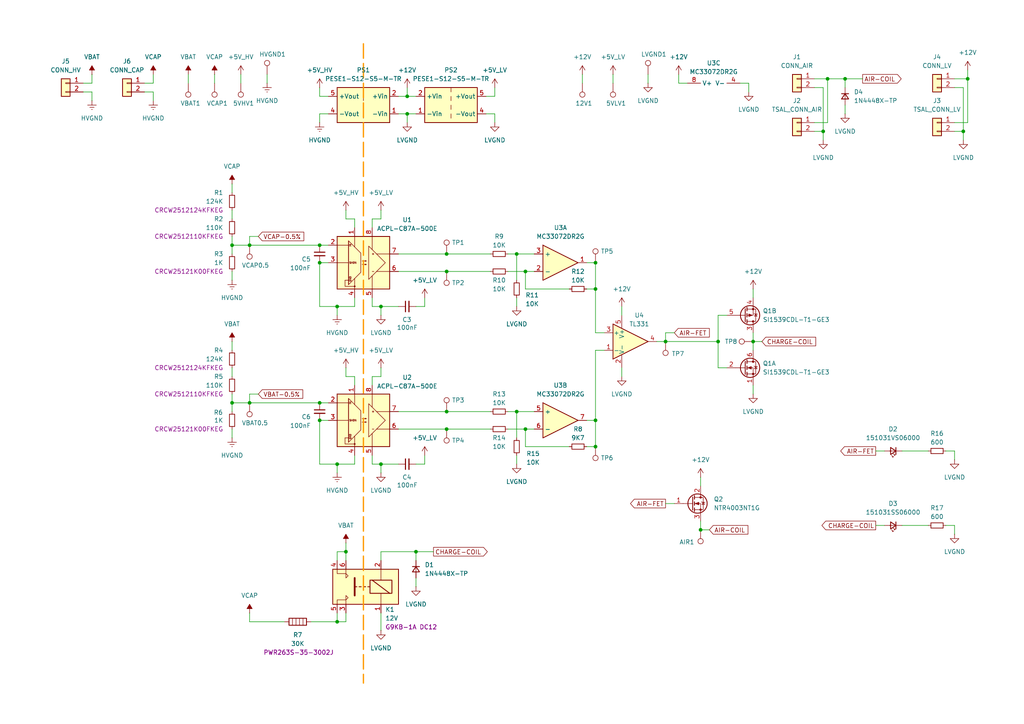
<source format=kicad_sch>
(kicad_sch (version 20231120) (generator "eeschema") (generator_version "8.0")
  (paper "A4")
  (junction (at 110.49 88.9))
  (junction (at 279.4 38.1))
  (junction (at 118.11 33.02))
  (junction (at 245.11 22.86))
  (junction (at 203.2 153.67))
  (junction (at 67.31 71.12))
  (junction (at 238.76 38.1))
  (junction (at 152.4 78.74))
  (junction (at 97.79 180.34))
  (junction (at 129.54 78.74))
  (junction (at 208.28 99.06))
  (junction (at 129.54 119.38))
  (junction (at 97.79 134.62))
  (junction (at 172.72 121.92))
  (junction (at 72.39 116.84))
  (junction (at 92.71 116.84))
  (junction (at 149.86 119.38))
  (junction (at 97.79 88.9))
  (junction (at 172.72 129.54))
  (junction (at 129.54 124.46))
  (junction (at 152.4 124.46))
  (junction (at 67.31 116.84))
  (junction (at 172.72 76.2))
  (junction (at 100.33 160.02))
  (junction (at 92.71 121.92))
  (junction (at 110.49 134.62))
  (junction (at 149.86 73.66))
  (junction (at 120.65 160.02))
  (junction (at 129.54 73.66))
  (junction (at 118.11 27.94))
  (junction (at 280.67 22.86))
  (junction (at 172.72 83.82))
  (junction (at 92.71 76.2))
  (junction (at 218.44 99.06))
  (junction (at 193.04 99.06))
  (junction (at 72.39 71.12))
  (junction (at 92.71 71.12))
  (junction (at 240.03 22.86))
  (wire (pts (xy 203.2 153.67) (xy 205.74 153.67)))
  (wire (pts (xy 152.4 83.82) (xy 152.4 78.74)))
  (wire (pts (xy 67.31 114.3) (xy 67.31 116.84)))
  (wire (pts (xy 95.25 121.92) (xy 92.71 121.92)))
  (wire (pts (xy 245.11 22.86) (xy 245.11 25.4)))
  (wire (pts (xy 74.93 114.3) (xy 72.39 114.3)))
  (wire (pts (xy 107.95 132.08) (xy 107.95 134.62)))
  (wire (pts (xy 24.13 26.67) (xy 26.67 26.67)))
  (wire (pts (xy 92.71 71.12) (xy 95.25 71.12)))
  (wire (pts (xy 245.11 22.86) (xy 250.19 22.86)))
  (wire (pts (xy 172.72 96.52) (xy 172.72 83.82)))
  (wire (pts (xy 261.62 152.4) (xy 269.24 152.4)))
  (wire (pts (xy 172.72 101.6) (xy 172.72 121.92)))
  (wire (pts (xy 218.44 99.06) (xy 218.44 101.6)))
  (wire (pts (xy 254 152.4) (xy 256.54 152.4)))
  (wire (pts (xy 149.86 119.38) (xy 154.94 119.38)))
  (wire (pts (xy 67.31 71.12) (xy 67.31 73.66)))
  (wire (pts (xy 110.49 160.02) (xy 110.49 162.56)))
  (wire (pts (xy 120.65 160.02) (xy 125.73 160.02)))
  (wire (pts (xy 236.22 38.1) (xy 238.76 38.1)))
  (wire (pts (xy 274.32 130.81) (xy 276.86 130.81)))
  (wire (pts (xy 172.72 101.6) (xy 175.26 101.6)))
  (wire (pts (xy 100.33 63.5) (xy 102.87 63.5)))
  (wire (pts (xy 180.34 106.68) (xy 180.34 109.22)))
  (wire (pts (xy 72.39 180.34) (xy 82.55 180.34)))
  (wire (pts (xy 26.67 21.59) (xy 26.67 24.13)))
  (wire (pts (xy 72.39 114.3) (xy 72.39 116.84)))
  (wire (pts (xy 279.4 25.4) (xy 279.4 38.1)))
  (wire (pts (xy 74.93 68.58) (xy 72.39 68.58)))
  (wire (pts (xy 214.63 24.13) (xy 217.17 24.13)))
  (wire (pts (xy 97.79 88.9) (xy 102.87 88.9)))
  (wire (pts (xy 110.49 88.9) (xy 115.57 88.9)))
  (wire (pts (xy 240.03 22.86) (xy 240.03 35.56)))
  (wire (pts (xy 118.11 27.94) (xy 120.65 27.94)))
  (wire (pts (xy 67.31 106.68) (xy 67.31 109.22)))
  (wire (pts (xy 187.96 21.59) (xy 187.96 24.13)))
  (wire (pts (xy 95.25 76.2) (xy 92.71 76.2)))
  (wire (pts (xy 147.32 119.38) (xy 149.86 119.38)))
  (wire (pts (xy 276.86 130.81) (xy 276.86 133.35)))
  (wire (pts (xy 238.76 25.4) (xy 238.76 38.1)))
  (wire (pts (xy 143.51 33.02) (xy 143.51 35.56)))
  (wire (pts (xy 193.04 96.52) (xy 193.04 99.06)))
  (wire (pts (xy 240.03 22.86) (xy 245.11 22.86)))
  (wire (pts (xy 110.49 60.96) (xy 110.49 63.5)))
  (wire (pts (xy 196.85 24.13) (xy 199.39 24.13)))
  (wire (pts (xy 92.71 116.84) (xy 95.25 116.84)))
  (wire (pts (xy 280.67 22.86) (xy 280.67 35.56)))
  (wire (pts (xy 217.17 24.13) (xy 217.17 26.67)))
  (wire (pts (xy 208.28 106.68) (xy 210.82 106.68)))
  (wire (pts (xy 69.85 21.59) (xy 69.85 24.13)))
  (wire (pts (xy 149.86 119.38) (xy 149.86 127)))
  (wire (pts (xy 67.31 124.46) (xy 67.31 127)))
  (wire (pts (xy 102.87 109.22) (xy 102.87 111.76)))
  (wire (pts (xy 170.18 121.92) (xy 172.72 121.92)))
  (wire (pts (xy 168.91 21.59) (xy 168.91 24.13)))
  (wire (pts (xy 107.95 66.04) (xy 107.95 63.5)))
  (wire (pts (xy 115.57 33.02) (xy 118.11 33.02)))
  (wire (pts (xy 165.1 83.82) (xy 152.4 83.82)))
  (wire (pts (xy 147.32 124.46) (xy 152.4 124.46)))
  (wire (pts (xy 77.47 21.59) (xy 77.47 24.13)))
  (wire (pts (xy 190.5 99.06) (xy 193.04 99.06)))
  (wire (pts (xy 210.82 91.44) (xy 208.28 91.44)))
  (wire (pts (xy 102.87 63.5) (xy 102.87 66.04)))
  (wire (pts (xy 170.18 129.54) (xy 172.72 129.54)))
  (wire (pts (xy 149.86 73.66) (xy 149.86 81.28)))
  (wire (pts (xy 208.28 99.06) (xy 208.28 106.68)))
  (wire (pts (xy 149.86 132.08) (xy 149.86 134.62)))
  (wire (pts (xy 165.1 129.54) (xy 152.4 129.54)))
  (wire (pts (xy 129.54 73.66) (xy 142.24 73.66)))
  (wire (pts (xy 118.11 25.4) (xy 118.11 27.94)))
  (wire (pts (xy 193.04 96.52) (xy 195.58 96.52)))
  (wire (pts (xy 67.31 99.06) (xy 67.31 101.6)))
  (wire (pts (xy 41.91 24.13) (xy 44.45 24.13)))
  (wire (pts (xy 236.22 22.86) (xy 240.03 22.86)))
  (wire (pts (xy 276.86 38.1) (xy 279.4 38.1)))
  (wire (pts (xy 143.51 25.4) (xy 143.51 27.94)))
  (wire (pts (xy 276.86 152.4) (xy 276.86 154.94)))
  (wire (pts (xy 67.31 116.84) (xy 67.31 119.38)))
  (wire (pts (xy 92.71 33.02) (xy 92.71 35.56)))
  (wire (pts (xy 236.22 25.4) (xy 238.76 25.4)))
  (wire (pts (xy 72.39 116.84) (xy 92.71 116.84)))
  (wire (pts (xy 147.32 78.74) (xy 152.4 78.74)))
  (wire (pts (xy 129.54 119.38) (xy 142.24 119.38)))
  (wire (pts (xy 92.71 121.92) (xy 92.71 134.62)))
  (wire (pts (xy 110.49 106.68) (xy 110.49 109.22)))
  (wire (pts (xy 97.79 88.9) (xy 97.79 91.44)))
  (wire (pts (xy 107.95 134.62) (xy 110.49 134.62)))
  (wire (pts (xy 274.32 152.4) (xy 276.86 152.4)))
  (wire (pts (xy 218.44 83.82) (xy 218.44 86.36)))
  (wire (pts (xy 279.4 38.1) (xy 279.4 40.64)))
  (wire (pts (xy 129.54 78.74) (xy 142.24 78.74)))
  (wire (pts (xy 115.57 124.46) (xy 129.54 124.46)))
  (wire (pts (xy 110.49 177.8) (xy 110.49 182.88)))
  (wire (pts (xy 67.31 78.74) (xy 67.31 81.28)))
  (wire (pts (xy 97.79 180.34) (xy 97.79 177.8)))
  (wire (pts (xy 177.8 21.59) (xy 177.8 24.13)))
  (wire (pts (xy 24.13 24.13) (xy 26.67 24.13)))
  (wire (pts (xy 193.04 146.05) (xy 195.58 146.05)))
  (wire (pts (xy 203.2 151.13) (xy 203.2 153.67)))
  (wire (pts (xy 152.4 129.54) (xy 152.4 124.46)))
  (wire (pts (xy 129.54 124.46) (xy 142.24 124.46)))
  (wire (pts (xy 26.67 26.67) (xy 26.67 29.21)))
  (wire (pts (xy 170.18 76.2) (xy 172.72 76.2)))
  (wire (pts (xy 110.49 88.9) (xy 110.49 91.44)))
  (wire (pts (xy 276.86 25.4) (xy 279.4 25.4)))
  (wire (pts (xy 149.86 73.66) (xy 154.94 73.66)))
  (wire (pts (xy 254 130.81) (xy 256.54 130.81)))
  (wire (pts (xy 107.95 109.22) (xy 110.49 109.22)))
  (wire (pts (xy 100.33 160.02) (xy 100.33 162.56)))
  (wire (pts (xy 236.22 35.56) (xy 240.03 35.56)))
  (wire (pts (xy 62.23 24.13) (xy 62.23 21.59)))
  (wire (pts (xy 90.17 180.34) (xy 97.79 180.34)))
  (wire (pts (xy 54.61 21.59) (xy 54.61 24.13)))
  (wire (pts (xy 67.31 116.84) (xy 72.39 116.84)))
  (wire (pts (xy 203.2 138.43) (xy 203.2 140.97)))
  (wire (pts (xy 110.49 160.02) (xy 120.65 160.02)))
  (wire (pts (xy 172.72 83.82) (xy 172.72 76.2)))
  (wire (pts (xy 67.31 53.34) (xy 67.31 55.88)))
  (wire (pts (xy 115.57 27.94) (xy 118.11 27.94)))
  (wire (pts (xy 140.97 27.94) (xy 143.51 27.94)))
  (wire (pts (xy 170.18 83.82) (xy 172.72 83.82)))
  (wire (pts (xy 107.95 86.36) (xy 107.95 88.9)))
  (wire (pts (xy 120.65 162.56) (xy 120.65 160.02)))
  (wire (pts (xy 118.11 33.02) (xy 120.65 33.02)))
  (wire (pts (xy 115.57 78.74) (xy 129.54 78.74)))
  (wire (pts (xy 102.87 134.62) (xy 102.87 132.08)))
  (wire (pts (xy 118.11 33.02) (xy 118.11 35.56)))
  (wire (pts (xy 100.33 160.02) (xy 97.79 160.02)))
  (wire (pts (xy 180.34 88.9) (xy 180.34 91.44)))
  (wire (pts (xy 67.31 71.12) (xy 72.39 71.12)))
  (wire (pts (xy 110.49 134.62) (xy 110.49 137.16)))
  (wire (pts (xy 115.57 119.38) (xy 129.54 119.38)))
  (wire (pts (xy 92.71 88.9) (xy 97.79 88.9)))
  (wire (pts (xy 276.86 35.56) (xy 280.67 35.56)))
  (wire (pts (xy 92.71 76.2) (xy 92.71 88.9)))
  (wire (pts (xy 218.44 99.06) (xy 220.98 99.06)))
  (wire (pts (xy 72.39 177.8) (xy 72.39 180.34)))
  (wire (pts (xy 97.79 160.02) (xy 97.79 162.56)))
  (wire (pts (xy 218.44 111.76) (xy 218.44 114.3)))
  (wire (pts (xy 147.32 73.66) (xy 149.86 73.66)))
  (wire (pts (xy 92.71 134.62) (xy 97.79 134.62)))
  (wire (pts (xy 193.04 99.06) (xy 208.28 99.06)))
  (wire (pts (xy 196.85 21.59) (xy 196.85 24.13)))
  (wire (pts (xy 100.33 106.68) (xy 100.33 109.22)))
  (wire (pts (xy 152.4 78.74) (xy 154.94 78.74)))
  (wire (pts (xy 67.31 60.96) (xy 67.31 63.5)))
  (wire (pts (xy 100.33 109.22) (xy 102.87 109.22)))
  (wire (pts (xy 107.95 63.5) (xy 110.49 63.5)))
  (wire (pts (xy 107.95 88.9) (xy 110.49 88.9)))
  (wire (pts (xy 107.95 111.76) (xy 107.95 109.22)))
  (wire (pts (xy 172.72 96.52) (xy 175.26 96.52)))
  (wire (pts (xy 120.65 134.62) (xy 123.19 134.62)))
  (wire (pts (xy 72.39 68.58) (xy 72.39 71.12)))
  (wire (pts (xy 92.71 27.94) (xy 95.25 27.94)))
  (wire (pts (xy 44.45 26.67) (xy 44.45 29.21)))
  (wire (pts (xy 41.91 26.67) (xy 44.45 26.67)))
  (wire (pts (xy 261.62 130.81) (xy 269.24 130.81)))
  (wire (pts (xy 120.65 88.9) (xy 123.19 88.9)))
  (wire (pts (xy 123.19 134.62) (xy 123.19 132.08)))
  (wire (pts (xy 72.39 71.12) (xy 92.71 71.12)))
  (wire (pts (xy 245.11 30.48) (xy 245.11 33.02)))
  (wire (pts (xy 123.19 88.9) (xy 123.19 86.36)))
  (wire (pts (xy 102.87 88.9) (xy 102.87 86.36)))
  (wire (pts (xy 208.28 91.44) (xy 208.28 99.06)))
  (wire (pts (xy 110.49 134.62) (xy 115.57 134.62)))
  (wire (pts (xy 218.44 96.52) (xy 218.44 99.06)))
  (wire (pts (xy 276.86 22.86) (xy 280.67 22.86)))
  (wire (pts (xy 172.72 129.54) (xy 172.72 121.92)))
  (wire (pts (xy 67.31 68.58) (xy 67.31 71.12)))
  (wire (pts (xy 92.71 33.02) (xy 95.25 33.02)))
  (wire (pts (xy 140.97 33.02) (xy 143.51 33.02)))
  (wire (pts (xy 100.33 157.48) (xy 100.33 160.02)))
  (wire (pts (xy 115.57 73.66) (xy 129.54 73.66)))
  (wire (pts (xy 120.65 167.64) (xy 120.65 170.18)))
  (polyline (pts (xy 105.41 12.7) (xy 105.41 198.12)) (stroke (width 0.381) (type dash) (color 255 153 0 1)))
  (wire (pts (xy 280.67 20.32) (xy 280.67 22.86)))
  (wire (pts (xy 100.33 180.34) (xy 97.79 180.34)))
  (wire (pts (xy 238.76 38.1) (xy 238.76 40.64)))
  (wire (pts (xy 152.4 124.46) (xy 154.94 124.46)))
  (wire (pts (xy 100.33 177.8) (xy 100.33 180.34)))
  (wire (pts (xy 97.79 134.62) (xy 102.87 134.62)))
  (wire (pts (xy 100.33 60.96) (xy 100.33 63.5)))
  (wire (pts (xy 149.86 86.36) (xy 149.86 88.9)))
  (wire (pts (xy 97.79 134.62) (xy 97.79 137.16)))
  (wire (pts (xy 44.45 24.13) (xy 44.45 21.59)))
  (wire (pts (xy 92.71 25.4) (xy 92.71 27.94)))
  (global_label "CHARGE-COIL" (shape output) (at 125.73 160.02 0) (property "Intersheetrefs" "${INTERSHEET_REFS}" (effects (hide yes))))
  (global_label "AIR-FET" (shape output) (at 193.04 146.05 180) (property "Intersheetrefs" "${INTERSHEET_REFS}" (effects (hide yes))))
  (global_label "AIR-COIL" (shape output) (at 250.19 22.86 0) (property "Intersheetrefs" "${INTERSHEET_REFS}" (effects (hide yes))))
  (global_label "CHARGE-COIL" (shape output) (at 254 152.4 180) (property "Intersheetrefs" "${INTERSHEET_REFS}" (effects (hide yes))))
  (global_label "VBAT-0.5%" (shape input) (at 74.93 114.3 0) (property "Intersheetrefs" "${INTERSHEET_REFS}" (effects (hide yes))))
  (global_label "VCAP-0.5%" (shape input) (at 74.93 68.58 0) (property "Intersheetrefs" "${INTERSHEET_REFS}" (effects (hide yes))))
  (global_label "AIR-FET" (shape output) (at 254 130.81 180) (property "Intersheetrefs" "${INTERSHEET_REFS}" (effects (hide yes))))
  (global_label "CHARGE-COIL" (shape input) (at 220.98 99.06 0) (property "Intersheetrefs" "${INTERSHEET_REFS}" (effects (hide yes))))
  (global_label "AIR-FET" (shape input) (at 195.58 96.52 0) (property "Intersheetrefs" "${INTERSHEET_REFS}" (effects (hide yes))))
  (global_label "AIR-COIL" (shape input) (at 205.74 153.67 0) (property "Intersheetrefs" "${INTERSHEET_REFS}" (effects (hide yes))))
  (symbol (lib_id "Device:R_Small") (at 144.78 73.66 90) (unit 1)
    (property "Reference" "R9" (at 144.78 68.58 90))
    (property "Value" "10K" (at 144.78 71.12 90))
    (property "Footprint" "Resistor_SMD:R_0805_2012Metric" (effects (hide yes)))
    (property "Description" "Resistor, small symbol" (effects (hide yes)))
  )
  (symbol (lib_id "power:VSSA") (at 62.23 21.59 0) (unit 1)
    (property "Reference" "#PWR047" (effects (hide yes)))
    (property "Value" "VCAP" (at 62.23 16.51 0))
    (property "Description" "Power symbol creates a global label with name \"VSSA\"" (effects (hide yes)))
  )
  (symbol (lib_id "Device:R_Small") (at 271.78 152.4 90) (unit 1)
    (property "Reference" "R17" (at 271.78 147.32 90))
    (property "Value" "600" (at 271.78 149.86 90))
    (property "Footprint" "Resistor_SMD:R_0805_2012Metric" (effects (hide yes)))
    (property "Description" "Resistor, small symbol" (effects (hide yes)))
  )
  (symbol (lib_id "Device:Opamp_Dual") (at 162.56 121.92 0) (unit 2)
    (property "Reference" "U3" (at 162.56 111.76 0))
    (property "Value" "MC33072DR2G" (at 162.56 114.3 0))
    (property "Footprint" "customFootprints:SOIC127P600X175-8N" (effects (hide yes)))
    (property "Description" "Dual operational amplifier" (effects (hide yes)))
    (property "Sim.Library" "${KICAD7_SYMBOL_DIR}/Simulation_SPICE.sp" (effects (hide yes)))
    (property "Sim.Name" "kicad_builtin_opamp_dual" (effects (hide yes)))
    (property "Sim.Device" "SUBCKT" (effects (hide yes)))
    (property "Sim.Pins" "1=out1 2=in1- 3=in1+ 4=vee 5=in2+ 6=in2- 7=out2 8=vcc" (effects (hide yes)))
  )
  (symbol (lib_name "Si4542DY_1") (lib_id "Transistor_FET:Si4542DY") (at 215.9 91.44 0) (mirror x) (unit 2)
    (property "Reference" "Q1" (at 221.234 90.17 0) (effects (justify left)))
    (property "Value" "SI1539CDL-T1-GE3" (at 221.234 92.71 0) (effects (justify left)))
    (property "Footprint" "Package_SO:SOIC-8_3.9x4.9mm_P1.27mm" (effects (hide yes)))
    (property "Datasheet" "https://www.onsemi.com/pub/Collateral/SI4542DY-D.PDF" (effects (hide yes)))
    (property "Description" "Dual N and P Channel MOSFET, 6A Id, 30V Vds, 28mOhm Ron, 10V Vgs, SO8L" (effects (hide yes)))
  )
  (symbol (lib_name "Conn_01x02_1") (lib_id "Connector_Generic:Conn_01x02") (at 231.14 38.1 180) (unit 1)
    (property "Reference" "J2" (at 231.14 29.21 0))
    (property "Value" "TSAL_CONN_AIR" (at 231.14 31.75 0))
    (property "Footprint" "molexMiniFitJr:MFJ_2X1" (effects (hide yes)))
    (property "Description" "Generic connector, single row, 01x02, script generated (kicad-library-utils/schlib/autogen/connector/)" (effects (hide yes)))
  )
  (symbol (lib_id "Device:R_Small") (at 144.78 119.38 90) (unit 1)
    (property "Reference" "R13" (at 144.78 114.3 90))
    (property "Value" "10K" (at 144.78 116.84 90))
    (property "Footprint" "Resistor_SMD:R_0805_2012Metric" (effects (hide yes)))
    (property "Description" "Resistor, small symbol" (effects (hide yes)))
  )
  (symbol (lib_id "Device:R_Small") (at 149.86 129.54 180) (unit 1)
    (property "Reference" "R15" (at 152.654 131.572 0) (effects (justify right)))
    (property "Value" "10K" (at 152.654 134.112 0) (effects (justify right)))
    (property "Footprint" "Resistor_SMD:R_0805_2012Metric" (effects (hide yes)))
    (property "Description" "Resistor, small symbol" (effects (hide yes)))
  )
  (symbol (lib_id "power:GNDREF") (at 97.79 137.16 0) (unit 1)
    (property "Reference" "#PWR019" (effects (hide yes)))
    (property "Value" "HVGND" (at 97.79 142.24 0))
    (property "Description" "Power symbol creates a global label with name \"GNDREF\" , reference supply ground" (effects (hide yes)))
  )
  (symbol (lib_name "ITX0505SA_1") (lib_id "Converter_DCDC:ITX0505SA") (at 105.41 30.48 0) (mirror y) (unit 1)
    (property "Reference" "PS1" (at 105.41 20.32 0))
    (property "Value" "PESE1-S12-S5-M-TR" (at 105.41 22.86 0))
    (property "Footprint" "customFootprints:SMD5_12.75X10.7X6.7_SINGLE_RCP" (effects (hide yes)))
    (property "Datasheet" "https://www.xppower.com/pdfs/SF_ITX.pdf" (effects (hide yes)))
    (property "Description" "XP Power 6W, 1000 VDC Isolated DC/DC Converter Module, Fully Regulated Single Output Voltage 5V, ±1200mA, 5V Input Voltage, SIP" (effects (hide yes)))
  )
  (symbol (lib_id "Device:R_Small") (at 167.64 129.54 90) (mirror x) (unit 1)
    (property "Reference" "R8" (at 167.64 124.46 90))
    (property "Value" "9K7" (at 167.64 127 90))
    (property "Footprint" "Resistor_SMD:R_0805_2012Metric" (effects (hide yes)))
    (property "Description" "Resistor, small symbol" (effects (hide yes)))
  )
  (symbol (lib_id "power:+12V") (at 218.44 83.82 0) (unit 1)
    (property "Reference" "#PWR032" (effects (hide yes)))
    (property "Value" "+12V" (at 218.44 78.74 0))
    (property "Description" "Power symbol creates a global label with name \"+12V\"" (effects (hide yes)))
  )
  (symbol (lib_id "Device:R_Small") (at 144.78 124.46 90) (mirror x) (unit 1)
    (property "Reference" "R14" (at 144.78 127 90))
    (property "Value" "10K" (at 144.78 129.54 90))
    (property "Footprint" "Resistor_SMD:R_0805_2012Metric" (effects (hide yes)))
    (property "Description" "Resistor, small symbol" (effects (hide yes)))
  )
  (symbol (lib_id "power:+12V") (at 180.34 88.9 0) (unit 1)
    (property "Reference" "#PWR044" (effects (hide yes)))
    (property "Value" "+12V" (at 180.34 83.82 0))
    (property "Description" "Power symbol creates a global label with name \"+12V\"" (effects (hide yes)))
  )
  (symbol (lib_name "ITX0505SA_1") (lib_id "Converter_DCDC:ITX0505SA") (at 130.81 30.48 0) (unit 1)
    (property "Reference" "PS2" (at 130.81 20.32 0))
    (property "Value" "PESE1-S12-S5-M-TR" (at 130.81 22.86 0))
    (property "Footprint" "customFootprints:SMD5_12.75X10.7X6.7_SINGLE_RCP" (effects (hide yes)))
    (property "Datasheet" "https://www.xppower.com/pdfs/SF_ITX.pdf" (effects (hide yes)))
    (property "Description" "XP Power 6W, 1000 VDC Isolated DC/DC Converter Module, Fully Regulated Single Output Voltage 5V, ±1200mA, 5V Input Voltage, SIP" (effects (hide yes)))
  )
  (symbol (lib_id "power:GNDREF") (at 77.47 24.13 0) (unit 1)
    (property "Reference" "#PWR050" (effects (hide yes)))
    (property "Value" "HVGND" (at 77.47 29.21 0))
    (property "Description" "Power symbol creates a global label with name \"GNDREF\" , reference supply ground" (effects (hide yes)))
  )
  (symbol (lib_id "power:GND") (at 187.96 24.13 0) (unit 1)
    (property "Reference" "#PWR049" (effects (hide yes)))
    (property "Value" "LVGND" (at 187.96 29.21 0))
    (property "Description" "Power symbol creates a global label with name \"GND\" , ground" (effects (hide yes)))
  )
  (symbol (lib_id "power:+12V") (at 196.85 21.59 0) (unit 1)
    (property "Reference" "#PWR027" (effects (hide yes)))
    (property "Value" "+12V" (at 196.85 16.51 0))
    (property "Description" "Power symbol creates a global label with name \"+12V\"" (effects (hide yes)))
  )
  (symbol (lib_id "power:GNDREF") (at 67.31 127 0) (mirror y) (unit 1)
    (property "Reference" "#PWR08" (effects (hide yes)))
    (property "Value" "HVGND" (at 67.31 132.08 0))
    (property "Description" "Power symbol creates a global label with name \"GNDREF\" , reference supply ground" (effects (hide yes)))
  )
  (symbol (lib_id "Device:C_Small") (at 92.71 119.38 0) (mirror y) (unit 1)
    (property "Reference" "C6" (at 90.17 120.904 0) (effects (justify left)))
    (property "Value" "100nF" (at 90.17 123.444 0) (effects (justify left)))
    (property "Footprint" "Capacitor_SMD:C_0805_2012Metric" (effects (hide yes)))
    (property "Description" "Unpolarized capacitor, small symbol" (effects (hide yes)))
  )
  (symbol (lib_id "Connector:TestPoint") (at 62.23 24.13 0) (mirror x) (unit 1)
    (property "Reference" "VCAP1" (at 59.944 29.972 0) (effects (justify left)))
    (property "Value" "TestPoint" (effects (hide yes)))
    (property "Footprint" "TestPoint:TestPoint_Pad_D1.5mm" (effects (hide yes)))
    (property "Description" "test point" (effects (hide yes)))
  )
  (symbol (lib_id "Device:C_Small") (at 118.11 134.62 90) (mirror x) (unit 1)
    (property "Reference" "C4" (at 119.38 138.43 90) (effects (justify left)))
    (property "Value" "100nF" (at 121.158 140.716 90) (effects (justify left)))
    (property "Footprint" "Capacitor_SMD:C_0805_2012Metric" (effects (hide yes)))
    (property "Description" "Unpolarized capacitor, small symbol" (effects (hide yes)))
  )
  (symbol (lib_id "Connector:TestPoint") (at 193.04 99.06 0) (mirror x) (unit 1)
    (property "Reference" "TP7" (at 194.818 102.616 0) (effects (justify left)))
    (property "Value" "TestPoint" (effects (hide yes)))
    (property "Footprint" "TestPoint:TestPoint_Pad_D1.5mm" (effects (hide yes)))
    (property "Description" "test point" (effects (hide yes)))
  )
  (symbol (lib_id "power:+5V") (at 177.8 21.59 0) (unit 1)
    (property "Reference" "#PWR042" (effects (hide yes)))
    (property "Value" "+5V_LV" (at 177.8 16.51 0))
    (property "Description" "Power symbol creates a global label with name \"+5V\"" (effects (hide yes)))
  )
  (symbol (lib_id "power:GND") (at 279.4 40.64 0) (unit 1)
    (property "Reference" "#PWR03" (effects (hide yes)))
    (property "Value" "LVGND" (at 279.4 45.72 0))
    (property "Description" "Power symbol creates a global label with name \"GND\" , ground" (effects (hide yes)))
  )
  (symbol (lib_id "power:GND") (at 217.17 26.67 0) (unit 1)
    (property "Reference" "#PWR028" (effects (hide yes)))
    (property "Value" "LVGND" (at 217.17 31.75 0))
    (property "Description" "Power symbol creates a global label with name \"GND\" , ground" (effects (hide yes)))
  )
  (symbol (lib_id "Device:LED_Small") (at 259.08 152.4 180) (unit 1)
    (property "Reference" "D3" (at 259.0165 146.05 0))
    (property "Value" "151031SS06000" (at 259.0165 148.59 0))
    (property "Footprint" "customFootprints:WL-TMRC_3MM" (effects (hide yes)))
    (property "Description" "Light emitting diode, small symbol" (effects (hide yes)))
  )
  (symbol (lib_name "Conn_01x02_1") (lib_id "Connector_Generic:Conn_01x02") (at 271.78 25.4 180) (unit 1)
    (property "Reference" "J4" (at 271.78 16.51 0))
    (property "Value" "CONN_LV" (at 271.78 19.05 0))
    (property "Footprint" "molexMiniFitJr:MFJ_2X1" (effects (hide yes)))
    (property "Description" "Generic connector, single row, 01x02, script generated (kicad-library-utils/schlib/autogen/connector/)" (effects (hide yes)))
  )
  (symbol (lib_name "Conn_01x02_1") (lib_id "Connector_Generic:Conn_01x02") (at 271.78 38.1 180) (unit 1)
    (property "Reference" "J3" (at 271.78 29.21 0))
    (property "Value" "TSAL_CONN_LV" (at 271.78 31.75 0))
    (property "Footprint" "molexMiniFitJr:MFJ_2X1" (effects (hide yes)))
    (property "Description" "Generic connector, single row, 01x02, script generated (kicad-library-utils/schlib/autogen/connector/)" (effects (hide yes)))
  )
  (symbol (lib_id "power:GND") (at 143.51 35.56 0) (unit 1)
    (property "Reference" "#PWR016" (effects (hide yes)))
    (property "Value" "LVGND" (at 143.51 40.64 0))
    (property "Description" "Power symbol creates a global label with name \"GND\" , ground" (effects (hide yes)))
  )
  (symbol (lib_id "Connector:TestPoint") (at 187.96 21.59 0) (unit 1)
    (property "Reference" "LVGND1" (at 185.928 15.748 0) (effects (justify left)))
    (property "Value" "TestPoint" (effects (hide yes)))
    (property "Footprint" "TestPoint:TestPoint_Pad_D1.5mm" (effects (hide yes)))
    (property "Description" "test point" (effects (hide yes)))
  )
  (symbol (lib_id "customSymbols:G9KB-1A_DC12") (at 105.41 170.18 0) (mirror x) (unit 1)
    (property "Reference" "K1" (at 111.76 176.784 0) (effects (justify left)))
    (property "Value" "12V" (at 111.76 179.324 0) (effects (justify left)))
    (property "Footprint" "customFootprints:RELAY_G9KB-1A_OMR" (effects (hide yes)))
    (property "Model" "G9KB-1A DC12" (at 111.76 181.864 0) (effects (justify left)))
  )
  (symbol (lib_id "power:GND") (at 238.76 40.64 0) (unit 1)
    (property "Reference" "#PWR031" (effects (hide yes)))
    (property "Value" "LVGND" (at 238.76 45.72 0))
    (property "Description" "Power symbol creates a global label with name \"GND\" , ground" (effects (hide yes)))
  )
  (symbol (lib_id "power:GNDREF") (at 92.71 35.56 0) (unit 1)
    (property "Reference" "#PWR018" (effects (hide yes)))
    (property "Value" "HVGND" (at 92.71 40.64 0))
    (property "Description" "Power symbol creates a global label with name \"GNDREF\" , reference supply ground" (effects (hide yes)))
  )
  (symbol (lib_id "Transistor_FET:Si4542DY") (at 215.9 106.68 0) (unit 1)
    (property "Reference" "Q1" (at 221.234 105.41 0) (effects (justify left)))
    (property "Value" "SI1539CDL-T1-GE3" (at 221.234 107.95 0) (effects (justify left)))
    (property "Footprint" "Package_SO:SOIC-8_3.9x4.9mm_P1.27mm" (effects (hide yes)))
    (property "Datasheet" "https://www.onsemi.com/pub/Collateral/SI4542DY-D.PDF" (effects (hide yes)))
    (property "Description" "Dual N and P Channel MOSFET, 6A Id, 30V Vds, 28mOhm Ron, 10V Vgs, SO8L" (effects (hide yes)))
  )
  (symbol (lib_id "Device:R_Small") (at 67.31 66.04 0) (mirror y) (unit 1)
    (property "Reference" "R2" (at 64.77 63.4999 0) (effects (justify left)))
    (property "Value" "110K" (at 64.77 66.0399 0) (effects (justify left)))
    (property "Footprint" "customFootprints:RC2512N_VIS" (effects (hide yes)))
    (property "Description" "Resistor, small symbol" (effects (hide yes)))
    (property "Tolerance" "≥1%" (effects (hide yes)))
    (property "Model" "CRCW2512110KFKEG" (at 64.77 68.5799 0) (effects (justify left)))
  )
  (symbol (lib_id "Device:LED_Small") (at 259.08 130.81 180) (unit 1)
    (property "Reference" "D2" (at 259.0165 124.46 0))
    (property "Value" "151031VS06000" (at 259.0165 127 0))
    (property "Footprint" "customFootprints:WL-TMRC_3MM" (effects (hide yes)))
    (property "Description" "Light emitting diode, small symbol" (effects (hide yes)))
  )
  (symbol (lib_id "power:GNDREF") (at 67.31 81.28 0) (mirror y) (unit 1)
    (property "Reference" "#PWR010" (effects (hide yes)))
    (property "Value" "HVGND" (at 67.31 86.36 0))
    (property "Description" "Power symbol creates a global label with name \"GNDREF\" , reference supply ground" (effects (hide yes)))
  )
  (symbol (lib_id "Connector:TestPoint") (at 177.8 24.13 0) (mirror x) (unit 1)
    (property "Reference" "5VLV1" (at 175.768 29.972 0) (effects (justify left)))
    (property "Value" "TestPoint" (effects (hide yes)))
    (property "Footprint" "TestPoint:TestPoint_Pad_D1.5mm" (effects (hide yes)))
    (property "Description" "test point" (effects (hide yes)))
  )
  (symbol (lib_id "Isolator_Analog:ACPL-C87A") (at 105.41 76.2 0) (unit 1)
    (property "Reference" "U1" (at 118.11 63.754 0))
    (property "Value" "ACPL-C87A-500E" (at 118.11 66.294 0))
    (property "Footprint" "customFootprints:SOIC127P1150X361-8N" (effects (hide yes)))
    (property "Datasheet" "www.avagotech.com/docs/AV02-3563EN" (effects (hide yes)))
    (property "Description" "Precision Optycally Isolated Voltage Sensor, ±1% Gain Tolerance, Bandwidth 100kHz, SSO-8" (effects (hide yes)))
  )
  (symbol (lib_id "power:+5V") (at 123.19 86.36 0) (unit 1)
    (property "Reference" "#PWR025" (effects (hide yes)))
    (property "Value" "+5V_LV" (at 123.19 81.28 0))
    (property "Description" "Power symbol creates a global label with name \"+5V\"" (effects (hide yes)))
  )
  (symbol (lib_name "Conn_01x02_1") (lib_id "Connector_Generic:Conn_01x02") (at 231.14 25.4 180) (unit 1)
    (property "Reference" "J1" (at 231.14 16.51 0))
    (property "Value" "CONN_AIR" (at 231.14 19.05 0))
    (property "Footprint" "molexMiniFitJr:MFJ_2X1" (effects (hide yes)))
    (property "Description" "Generic connector, single row, 01x02, script generated (kicad-library-utils/schlib/autogen/connector/)" (effects (hide yes)))
  )
  (symbol (lib_id "power:GND") (at 110.49 182.88 0) (unit 1)
    (property "Reference" "#PWR035" (effects (hide yes)))
    (property "Value" "LVGND" (at 110.49 187.96 0))
    (property "Description" "Power symbol creates a global label with name \"GND\" , ground" (effects (hide yes)))
  )
  (symbol (lib_id "Connector:TestPoint") (at 72.39 71.12 0) (mirror x) (unit 1)
    (property "Reference" "VCAP0.5" (at 70.104 76.962 0) (effects (justify left)))
    (property "Value" "TestPoint" (effects (hide yes)))
    (property "Footprint" "TestPoint:TestPoint_Pad_D1.5mm" (effects (hide yes)))
    (property "Description" "test point" (effects (hide yes)))
  )
  (symbol (lib_id "power:GND") (at 180.34 109.22 0) (unit 1)
    (property "Reference" "#PWR045" (effects (hide yes)))
    (property "Value" "LVGND" (at 180.34 114.3 0))
    (property "Description" "Power symbol creates a global label with name \"GND\" , ground" (effects (hide yes)))
  )
  (symbol (lib_id "power:+12V") (at 118.11 25.4 0) (unit 1)
    (property "Reference" "#PWR023" (effects (hide yes)))
    (property "Value" "+12V" (at 118.11 20.32 0))
    (property "Description" "Power symbol creates a global label with name \"+12V\"" (effects (hide yes)))
  )
  (symbol (lib_id "power:+5V") (at 143.51 25.4 0) (unit 1)
    (property "Reference" "#PWR014" (effects (hide yes)))
    (property "Value" "+5V_LV" (at 143.51 20.32 0))
    (property "Description" "Power symbol creates a global label with name \"+5V\"" (effects (hide yes)))
  )
  (symbol (lib_id "Connector:TestPoint") (at 129.54 124.46 0) (mirror x) (unit 1)
    (property "Reference" "TP4" (at 131.064 127.762 0) (effects (justify left)))
    (property "Value" "TestPoint" (effects (hide yes)))
    (property "Footprint" "TestPoint:TestPoint_Pad_D1.5mm" (effects (hide yes)))
    (property "Description" "test point" (effects (hide yes)))
  )
  (symbol (lib_id "power:+5V") (at 110.49 60.96 0) (unit 1)
    (property "Reference" "#PWR015" (effects (hide yes)))
    (property "Value" "+5V_LV" (at 110.49 55.88 0))
    (property "Description" "Power symbol creates a global label with name \"+5V\"" (effects (hide yes)))
  )
  (symbol (lib_id "Device:R_Small") (at 67.31 76.2 0) (mirror y) (unit 1)
    (property "Reference" "R3" (at 64.77 73.6599 0) (effects (justify left)))
    (property "Value" "1K" (at 64.77 76.1999 0) (effects (justify left)))
    (property "Footprint" "customFootprints:RC2512N_VIS" (effects (hide yes)))
    (property "Description" "Resistor, small symbol" (effects (hide yes)))
    (property "Tolerance" "≥1%" (effects (hide yes)))
    (property "Model" "CRCW25121K00FKEG" (at 64.77 78.7399 0) (effects (justify left)))
  )
  (symbol (lib_id "power:VSS") (at 67.31 99.06 0) (mirror y) (unit 1)
    (property "Reference" "#PWR07" (effects (hide yes)))
    (property "Value" "VBAT" (at 67.31 93.98 0))
    (property "Description" "Power symbol creates a global label with name \"VSS\"" (effects (hide yes)))
  )
  (symbol (lib_id "power:GNDREF") (at 44.45 29.21 0) (unit 1)
    (property "Reference" "#PWR02" (effects (hide yes)))
    (property "Value" "HVGND" (at 44.45 34.29 0))
    (property "Description" "Power symbol creates a global label with name \"GNDREF\" , reference supply ground" (effects (hide yes)))
  )
  (symbol (lib_id "power:GND") (at 245.11 33.02 0) (unit 1)
    (property "Reference" "#PWR040" (effects (hide yes)))
    (property "Value" "LVGND" (at 245.11 38.1 0))
    (property "Description" "Power symbol creates a global label with name \"GND\" , ground" (effects (hide yes)))
  )
  (symbol (lib_id "power:+5V") (at 100.33 60.96 0) (unit 1)
    (property "Reference" "#PWR011" (effects (hide yes)))
    (property "Value" "+5V_HV" (at 100.33 55.88 0))
    (property "Description" "Power symbol creates a global label with name \"+5V\"" (effects (hide yes)))
  )
  (symbol (lib_id "power:GNDREF") (at 26.67 29.21 0) (unit 1)
    (property "Reference" "#PWR05" (effects (hide yes)))
    (property "Value" "HVGND" (at 26.67 34.29 0))
    (property "Description" "Power symbol creates a global label with name \"GNDREF\" , reference supply ground" (effects (hide yes)))
  )
  (symbol (lib_id "power:GND") (at 276.86 133.35 0) (unit 1)
    (property "Reference" "#PWR038" (effects (hide yes)))
    (property "Value" "LVGND" (at 276.86 138.43 0))
    (property "Description" "Power symbol creates a global label with name \"GND\" , ground" (effects (hide yes)))
  )
  (symbol (lib_id "Connector:TestPoint") (at 129.54 73.66 0) (unit 1)
    (property "Reference" "TP1" (at 131.064 70.358 0) (effects (justify left)))
    (property "Value" "TestPoint" (effects (hide yes)))
    (property "Footprint" "TestPoint:TestPoint_Pad_D1.5mm" (effects (hide yes)))
    (property "Description" "test point" (effects (hide yes)))
  )
  (symbol (lib_id "Device:R_Small") (at 167.64 83.82 90) (unit 1)
    (property "Reference" "R12" (at 167.64 78.74 90))
    (property "Value" "10K" (at 167.64 81.28 90))
    (property "Footprint" "Resistor_SMD:R_0805_2012Metric" (effects (hide yes)))
    (property "Description" "Resistor, small symbol" (effects (hide yes)))
  )
  (symbol (lib_id "Connector:TestPoint") (at 168.91 24.13 0) (mirror x) (unit 1)
    (property "Reference" "12V1" (at 166.878 29.972 0) (effects (justify left)))
    (property "Value" "TestPoint" (effects (hide yes)))
    (property "Footprint" "TestPoint:TestPoint_Pad_1.5x1.5mm" (effects (hide yes)))
    (property "Description" "test point" (effects (hide yes)))
  )
  (symbol (lib_id "Device:R_Small") (at 67.31 111.76 0) (mirror y) (unit 1)
    (property "Reference" "R5" (at 64.77 109.2199 0) (effects (justify left)))
    (property "Value" "110K" (at 64.77 111.7599 0) (effects (justify left)))
    (property "Footprint" "customFootprints:RC2512N_VIS" (effects (hide yes)))
    (property "Description" "Resistor, small symbol" (effects (hide yes)))
    (property "Tolerance" "≥1%" (effects (hide yes)))
    (property "Model" "CRCW2512110KFKEG" (at 64.77 114.2999 0) (effects (justify left)))
  )
  (symbol (lib_id "Connector:TestPoint") (at 129.54 119.38 0) (unit 1)
    (property "Reference" "TP3" (at 131.064 116.078 0) (effects (justify left)))
    (property "Value" "TestPoint" (effects (hide yes)))
    (property "Footprint" "TestPoint:TestPoint_Pad_D1.5mm" (effects (hide yes)))
    (property "Description" "test point" (effects (hide yes)))
  )
  (symbol (lib_id "Connector:TestPoint") (at 69.85 24.13 0) (mirror x) (unit 1)
    (property "Reference" "5VHV1" (at 67.564 29.972 0) (effects (justify left)))
    (property "Value" "TestPoint" (effects (hide yes)))
    (property "Footprint" "TestPoint:TestPoint_Pad_D1.5mm" (effects (hide yes)))
    (property "Description" "test point" (effects (hide yes)))
  )
  (symbol (lib_id "power:GNDREF") (at 97.79 91.44 0) (unit 1)
    (property "Reference" "#PWR012" (effects (hide yes)))
    (property "Value" "HVGND" (at 97.79 96.52 0))
    (property "Description" "Power symbol creates a global label with name \"GNDREF\" , reference supply ground" (effects (hide yes)))
  )
  (symbol (lib_id "power:+5V") (at 123.19 132.08 0) (unit 1)
    (property "Reference" "#PWR026" (effects (hide yes)))
    (property "Value" "+5V_LV" (at 123.19 127 0))
    (property "Description" "Power symbol creates a global label with name \"+5V\"" (effects (hide yes)))
  )
  (symbol (lib_id "Device:Opamp_Dual") (at 207.01 21.59 90) (unit 3)
    (property "Reference" "U3" (at 207.01 18.288 90))
    (property "Value" "MC33072DR2G" (at 207.01 20.828 90))
    (property "Footprint" "customFootprints:SOIC127P600X175-8N" (effects (hide yes)))
    (property "Description" "Dual operational amplifier" (effects (hide yes)))
    (property "Sim.Library" "${KICAD7_SYMBOL_DIR}/Simulation_SPICE.sp" (effects (hide yes)))
    (property "Sim.Name" "kicad_builtin_opamp_dual" (effects (hide yes)))
    (property "Sim.Device" "SUBCKT" (effects (hide yes)))
    (property "Sim.Pins" "1=out1 2=in1- 3=in1+ 4=vee 5=in2+ 6=in2- 7=out2 8=vcc" (effects (hide yes)))
  )
  (symbol (lib_id "Connector:TestPoint") (at 172.72 129.54 0) (mirror x) (unit 1)
    (property "Reference" "TP6" (at 174.244 132.842 0) (effects (justify left)))
    (property "Value" "TestPoint" (effects (hide yes)))
    (property "Footprint" "TestPoint:TestPoint_Pad_D1.5mm" (effects (hide yes)))
    (property "Description" "test point" (effects (hide yes)))
  )
  (symbol (lib_id "power:GND") (at 110.49 91.44 0) (unit 1)
    (property "Reference" "#PWR013" (effects (hide yes)))
    (property "Value" "LVGND" (at 110.49 96.52 0))
    (property "Description" "Power symbol creates a global label with name \"GND\" , ground" (effects (hide yes)))
  )
  (symbol (lib_id "Device:D_Small") (at 245.11 27.94 270) (unit 1)
    (property "Reference" "D4" (at 247.65 26.6699 90) (effects (justify left)))
    (property "Value" "1N4448X-TP" (at 247.65 29.2099 90) (effects (justify left)))
    (property "Footprint" "Diode_SMD:D_SOD-523" (effects (hide yes)))
    (property "Description" "Diode, small symbol" (effects (hide yes)))
    (property "Sim.Device" "D" (effects (hide yes)))
    (property "Sim.Pins" "1=K 2=A" (effects (hide yes)))
  )
  (symbol (lib_id "Device:R_Small") (at 144.78 78.74 90) (mirror x) (unit 1)
    (property "Reference" "R10" (at 144.78 81.28 90))
    (property "Value" "10K" (at 144.78 83.82 90))
    (property "Footprint" "Resistor_SMD:R_0805_2012Metric" (effects (hide yes)))
    (property "Description" "Resistor, small symbol" (effects (hide yes)))
  )
  (symbol (lib_id "Connector:TestPoint") (at 218.44 99.06 90) (unit 1)
    (property "Reference" "TP8" (at 213.868 99.06 90) (effects (justify left)))
    (property "Value" "TestPoint" (effects (hide yes)))
    (property "Footprint" "TestPoint:TestPoint_Pad_D1.5mm" (effects (hide yes)))
    (property "Description" "test point" (effects (hide yes)))
  )
  (symbol (lib_id "power:+5V") (at 100.33 106.68 0) (unit 1)
    (property "Reference" "#PWR020" (effects (hide yes)))
    (property "Value" "+5V_HV" (at 100.33 101.6 0))
    (property "Description" "Power symbol creates a global label with name \"+5V\"" (effects (hide yes)))
  )
  (symbol (lib_id "power:GND") (at 149.86 88.9 0) (unit 1)
    (property "Reference" "#PWR030" (effects (hide yes)))
    (property "Value" "LVGND" (at 149.86 93.98 0))
    (property "Description" "Power symbol creates a global label with name \"GND\" , ground" (effects (hide yes)))
  )
  (symbol (lib_id "Connector:TestPoint") (at 54.61 24.13 0) (mirror x) (unit 1)
    (property "Reference" "VBAT1" (at 52.324 29.972 0) (effects (justify left)))
    (property "Value" "TestPoint" (effects (hide yes)))
    (property "Footprint" "TestPoint:TestPoint_Pad_D1.5mm" (effects (hide yes)))
    (property "Description" "test point" (effects (hide yes)))
  )
  (symbol (lib_id "Device:D_Small") (at 120.65 165.1 270) (unit 1)
    (property "Reference" "D1" (at 123.19 163.8299 90) (effects (justify left)))
    (property "Value" "1N4448X-TP" (at 123.19 166.3699 90) (effects (justify left)))
    (property "Footprint" "Diode_SMD:D_SOD-523" (effects (hide yes)))
    (property "Description" "Diode, small symbol" (effects (hide yes)))
    (property "Sim.Device" "D" (effects (hide yes)))
    (property "Sim.Pins" "1=K 2=A" (effects (hide yes)))
  )
  (symbol (lib_id "Device:R_Small") (at 67.31 104.14 0) (mirror y) (unit 1)
    (property "Reference" "R4" (at 64.77 101.5999 0) (effects (justify left)))
    (property "Value" "124K" (at 64.77 104.1399 0) (effects (justify left)))
    (property "Footprint" "customFootprints:RC2512N_VIS" (effects (hide yes)))
    (property "Description" "Resistor, small symbol" (effects (hide yes)))
    (property "Tolerance" "≥1%" (effects (hide yes)))
    (property "Model" "CRCW2512124KFKEG" (at 64.77 106.6799 0) (effects (justify left)))
  )
  (symbol (lib_id "Device:R_Small") (at 67.31 121.92 0) (unit 1)
    (property "Reference" "R6" (at 61.976 119.634 0) (effects (justify left)))
    (property "Value" "1K" (at 64.77 121.9199 0) (effects (justify right)))
    (property "Footprint" "customFootprints:RC2512N_VIS" (effects (hide yes)))
    (property "Description" "Resistor, small symbol" (effects (hide yes)))
    (property "Tolerance" "≥1%" (effects (hide yes)))
    (property "Model" "CRCW25121K00FKEG" (at 64.77 124.4599 0) (effects (justify right)))
  )
  (symbol (lib_id "power:+12V") (at 203.2 138.43 0) (unit 1)
    (property "Reference" "#PWR041" (effects (hide yes)))
    (property "Value" "+12V" (at 203.2 133.35 0))
    (property "Description" "Power symbol creates a global label with name \"+12V\"" (effects (hide yes)))
  )
  (symbol (lib_id "power:+12V") (at 280.67 20.32 0) (unit 1)
    (property "Reference" "#PWR01" (effects (hide yes)))
    (property "Value" "+12V" (at 280.67 15.24 0))
    (property "Description" "Power symbol creates a global label with name \"+12V\"" (effects (hide yes)))
  )
  (symbol (lib_id "Connector:TestPoint") (at 129.54 78.74 0) (mirror x) (unit 1)
    (property "Reference" "TP2" (at 131.064 82.042 0) (effects (justify left)))
    (property "Value" "TestPoint" (effects (hide yes)))
    (property "Footprint" "TestPoint:TestPoint_Pad_D1.5mm" (effects (hide yes)))
    (property "Description" "test point" (effects (hide yes)))
  )
  (symbol (lib_id "Device:R_Small") (at 149.86 83.82 180) (unit 1)
    (property "Reference" "R11" (at 152.4 85.598 0) (effects (justify right)))
    (property "Value" "10K" (at 152.4 88.138 0) (effects (justify right)))
    (property "Footprint" "Resistor_SMD:R_0805_2012Metric" (effects (hide yes)))
    (property "Description" "Resistor, small symbol" (effects (hide yes)))
  )
  (symbol (lib_id "power:VSSA") (at 72.39 177.8 0) (mirror y) (unit 1)
    (property "Reference" "#PWR036" (effects (hide yes)))
    (property "Value" "VCAP" (at 72.39 172.72 0))
    (property "Description" "Power symbol creates a global label with name \"VSSA\"" (effects (hide yes)))
  )
  (symbol (lib_id "power:+12V") (at 168.91 21.59 0) (unit 1)
    (property "Reference" "#PWR043" (effects (hide yes)))
    (property "Value" "+12V" (at 168.91 16.51 0))
    (property "Description" "Power symbol creates a global label with name \"+12V\"" (effects (hide yes)))
  )
  (symbol (lib_id "Connector:TestPoint") (at 72.39 116.84 0) (mirror x) (unit 1)
    (property "Reference" "VBAT0.5" (at 70.104 122.682 0) (effects (justify left)))
    (property "Value" "TestPoint" (effects (hide yes)))
    (property "Footprint" "TestPoint:TestPoint_Pad_D1.5mm" (effects (hide yes)))
    (property "Description" "test point" (effects (hide yes)))
  )
  (symbol (lib_id "Device:Q_NMOS_GDS") (at 200.66 146.05 0) (unit 1)
    (property "Reference" "Q2" (at 207.01 144.7799 0) (effects (justify left)))
    (property "Value" "NTR4003NT1G" (at 207.01 147.3199 0) (effects (justify left)))
    (property "Footprint" "Package_TO_SOT_SMD:SOT-23-3" (effects (hide yes)))
    (property "Description" "N-MOSFET transistor, gate/drain/source" (effects (hide yes)))
  )
  (symbol (lib_id "power:+5V") (at 110.49 106.68 0) (unit 1)
    (property "Reference" "#PWR021" (effects (hide yes)))
    (property "Value" "+5V_LV" (at 110.49 101.6 0))
    (property "Description" "Power symbol creates a global label with name \"+5V\"" (effects (hide yes)))
  )
  (symbol (lib_id "Device:R_Small") (at 271.78 130.81 90) (unit 1)
    (property "Reference" "R16" (at 271.78 125.73 90))
    (property "Value" "600" (at 271.78 128.27 90))
    (property "Footprint" "Resistor_SMD:R_0805_2012Metric" (effects (hide yes)))
    (property "Description" "Resistor, small symbol" (effects (hide yes)))
  )
  (symbol (lib_id "power:GND") (at 276.86 154.94 0) (unit 1)
    (property "Reference" "#PWR039" (effects (hide yes)))
    (property "Value" "LVGND" (at 276.86 160.02 0))
    (property "Description" "Power symbol creates a global label with name \"GND\" , ground" (effects (hide yes)))
  )
  (symbol (lib_id "Device:R_Small") (at 67.31 58.42 0) (mirror y) (unit 1)
    (property "Reference" "R1" (at 64.77 55.8799 0) (effects (justify left)))
    (property "Value" "124K" (at 64.77 58.4199 0) (effects (justify left)))
    (property "Footprint" "customFootprints:RC2512N_VIS" (effects (hide yes)))
    (property "Description" "Resistor, small symbol" (effects (hide yes)))
    (property "Tolerance" "≥1%" (effects (hide yes)))
    (property "Model" "CRCW2512124KFKEG" (at 64.77 60.9599 0) (effects (justify left)))
  )
  (symbol (lib_id "power:GND") (at 149.86 134.62 0) (unit 1)
    (property "Reference" "#PWR029" (effects (hide yes)))
    (property "Value" "LVGND" (at 149.86 139.7 0))
    (property "Description" "Power symbol creates a global label with name \"GND\" , ground" (effects (hide yes)))
  )
  (symbol (lib_id "Connector:TestPoint") (at 77.47 21.59 0) (unit 1)
    (property "Reference" "HVGND1" (at 75.184 15.748 0) (effects (justify left)))
    (property "Value" "TestPoint" (effects (hide yes)))
    (property "Footprint" "TestPoint:TestPoint_Pad_D1.5mm" (effects (hide yes)))
    (property "Description" "test point" (effects (hide yes)))
  )
  (symbol (lib_id "Device:C_Small") (at 118.11 88.9 90) (mirror x) (unit 1)
    (property "Reference" "C3" (at 119.38 92.71 90) (effects (justify left)))
    (property "Value" "100nF" (at 121.158 94.996 90) (effects (justify left)))
    (property "Footprint" "Capacitor_SMD:C_0805_2012Metric" (effects (hide yes)))
    (property "Description" "Unpolarized capacitor, small symbol" (effects (hide yes)))
  )
  (symbol (lib_id "power:VSSA") (at 67.31 53.34 0) (mirror y) (unit 1)
    (property "Reference" "#PWR09" (effects (hide yes)))
    (property "Value" "VCAP" (at 67.31 48.26 0))
    (property "Description" "Power symbol creates a global label with name \"VSSA\"" (effects (hide yes)))
  )
  (symbol (lib_id "Device:Opamp_Dual") (at 162.56 76.2 0) (unit 1)
    (property "Reference" "U3" (at 162.56 66.04 0))
    (property "Value" "MC33072DR2G" (at 162.56 68.58 0))
    (property "Footprint" "customFootprints:SOIC127P600X175-8N" (effects (hide yes)))
    (property "Description" "Dual operational amplifier" (effects (hide yes)))
    (property "Sim.Library" "${KICAD7_SYMBOL_DIR}/Simulation_SPICE.sp" (effects (hide yes)))
    (property "Sim.Name" "kicad_builtin_opamp_dual" (effects (hide yes)))
    (property "Sim.Device" "SUBCKT" (effects (hide yes)))
    (property "Sim.Pins" "1=out1 2=in1- 3=in1+ 4=vee 5=in2+ 6=in2- 7=out2 8=vcc" (effects (hide yes)))
  )
  (symbol (lib_id "Connector:TestPoint") (at 203.2 153.67 180) (unit 1)
    (property "Reference" "AIR1" (at 201.422 157.226 0) (effects (justify left)))
    (property "Value" "TestPoint" (effects (hide yes)))
    (property "Footprint" "TestPoint:TestPoint_Pad_D1.5mm" (effects (hide yes)))
    (property "Description" "test point" (effects (hide yes)))
  )
  (symbol (lib_id "power:GND") (at 120.65 170.18 0) (unit 1)
    (property "Reference" "#PWR034" (effects (hide yes)))
    (property "Value" "LVGND" (at 120.65 175.26 0))
    (property "Description" "Power symbol creates a global label with name \"GND\" , ground" (effects (hide yes)))
  )
  (symbol (lib_id "power:GND") (at 118.11 35.56 0) (unit 1)
    (property "Reference" "#PWR024" (effects (hide yes)))
    (property "Value" "LVGND" (at 118.11 40.64 0))
    (property "Description" "Power symbol creates a global label with name \"GND\" , ground" (effects (hide yes)))
  )
  (symbol (lib_id "power:VSS") (at 26.67 21.59 0) (unit 1)
    (property "Reference" "#PWR04" (effects (hide yes)))
    (property "Value" "VBAT" (at 26.67 16.51 0))
    (property "Description" "Power symbol creates a global label with name \"VSS\"" (effects (hide yes)))
  )
  (symbol (lib_id "Isolator_Analog:ACPL-C87A") (at 105.41 121.92 0) (unit 1)
    (property "Reference" "U2" (at 118.11 109.474 0))
    (property "Value" "ACPL-C87A-500E" (at 118.11 112.014 0))
    (property "Footprint" "customFootprints:SOIC127P1150X361-8N" (effects (hide yes)))
    (property "Datasheet" "www.avagotech.com/docs/AV02-3563EN" (effects (hide yes)))
    (property "Description" "Precision Optycally Isolated Voltage Sensor, ±1% Gain Tolerance, Bandwidth 100kHz, SSO-8" (effects (hide yes)))
  )
  (symbol (lib_id "power:+5V") (at 92.71 25.4 0) (unit 1)
    (property "Reference" "#PWR017" (effects (hide yes)))
    (property "Value" "+5V_HV" (at 92.71 20.32 0))
    (property "Description" "Power symbol creates a global label with name \"+5V\"" (effects (hide yes)))
  )
  (symbol (lib_id "power:VSSA") (at 44.45 21.59 0) (unit 1)
    (property "Reference" "#PWR06" (effects (hide yes)))
    (property "Value" "VCAP" (at 44.45 16.51 0))
    (property "Description" "Power symbol creates a global label with name \"VSSA\"" (effects (hide yes)))
  )
  (symbol (lib_id "Device:C_Small") (at 92.71 73.66 0) (mirror y) (unit 1)
    (property "Reference" "C5" (at 90.17 75.184 0) (effects (justify left)))
    (property "Value" "100nF" (at 90.17 77.724 0) (effects (justify left)))
    (property "Footprint" "Capacitor_SMD:C_0805_2012Metric" (effects (hide yes)))
    (property "Description" "Unpolarized capacitor, small symbol" (effects (hide yes)))
  )
  (symbol (lib_name "Conn_01x02_2") (lib_id "Connector_Generic:Conn_01x02") (at 19.05 26.67 180) (unit 1)
    (property "Reference" "J5" (at 19.05 17.78 0))
    (property "Value" "CONN_HV" (at 19.05 20.32 0))
    (property "Footprint" "customFootprints:APP_ASMPR45-1X2-RK" (effects (hide yes)))
    (property "Description" "Generic connector, single row, 01x02, script generated (kicad-library-utils/schlib/autogen/connector/)" (effects (hide yes)))
  )
  (symbol (lib_id "power:GND") (at 110.49 137.16 0) (unit 1)
    (property "Reference" "#PWR022" (effects (hide yes)))
    (property "Value" "LVGND" (at 110.49 142.24 0))
    (property "Description" "Power symbol creates a global label with name \"GND\" , ground" (effects (hide yes)))
  )
  (symbol (lib_id "power:+5V") (at 69.85 21.59 0) (unit 1)
    (property "Reference" "#PWR048" (effects (hide yes)))
    (property "Value" "+5V_HV" (at 69.85 16.51 0))
    (property "Description" "Power symbol creates a global label with name \"+5V\"" (effects (hide yes)))
  )
  (symbol (lib_id "Comparator:TL331") (at 182.88 99.06 0) (mirror x) (unit 1)
    (property "Reference" "U4" (at 185.42 91.44 0))
    (property "Value" "TL331" (at 185.42 93.98 0))
    (property "Footprint" "Package_TO_SOT_SMD:SOT-23-5" (effects (hide yes)))
    (property "Datasheet" "http://www.ti.com/lit/ds/symlink/tl331.pdf" (effects (hide yes)))
    (property "Description" "Single Differential Comparator with Open-Collector Output, SOT-23-5" (effects (hide yes)))
  )
  (symbol (lib_name "Conn_01x02_2") (lib_id "Connector_Generic:Conn_01x02") (at 36.83 26.67 180) (unit 1)
    (property "Reference" "J6" (at 36.83 17.78 0))
    (property "Value" "CONN_CAP" (at 36.83 20.32 0))
    (property "Footprint" "customFootprints:APP_ASMPR45-1X2-RK" (effects (hide yes)))
    (property "Description" "Generic connector, single row, 01x02, script generated (kicad-library-utils/schlib/autogen/connector/)" (effects (hide yes)))
  )
  (symbol (lib_id "power:GND") (at 218.44 114.3 0) (unit 1)
    (property "Reference" "#PWR033" (effects (hide yes)))
    (property "Value" "LVGND" (at 218.44 119.38 0))
    (property "Description" "Power symbol creates a global label with name \"GND\" , ground" (effects (hide yes)))
  )
  (symbol (lib_id "Connector:TestPoint") (at 172.72 76.2 0) (unit 1)
    (property "Reference" "TP5" (at 174.244 72.898 0) (effects (justify left)))
    (property "Value" "TestPoint" (effects (hide yes)))
    (property "Footprint" "TestPoint:TestPoint_Pad_D1.5mm" (effects (hide yes)))
    (property "Description" "test point" (effects (hide yes)))
  )
  (symbol (lib_id "power:VSS") (at 100.33 157.48 0) (unit 1)
    (property "Reference" "#PWR037" (effects (hide yes)))
    (property "Value" "VBAT" (at 100.33 152.4 0))
    (property "Description" "Power symbol creates a global label with name \"VSS\"" (effects (hide yes)))
  )
  (symbol (lib_id "power:VSS") (at 54.61 21.59 0) (unit 1)
    (property "Reference" "#PWR046" (effects (hide yes)))
    (property "Value" "VBAT" (at 54.61 16.51 0))
    (property "Description" "Power symbol creates a global label with name \"VSS\"" (effects (hide yes)))
  )
  (symbol (lib_id "Device:Heater") (at 86.36 180.34 270) (unit 1)
    (property "Reference" "R7" (at 86.36 184.15 90))
    (property "Value" "30K" (at 86.36 186.69 90))
    (property "Footprint" "customFootprints:PWR263S-35-1002F_BRN" (effects (hide yes)))
    (property "Description" "Resistive heater" (effects (hide yes)))
    (property "Model" "PWR263S-35-3002J" (at 86.614 189.23 90))
  )
)
</source>
